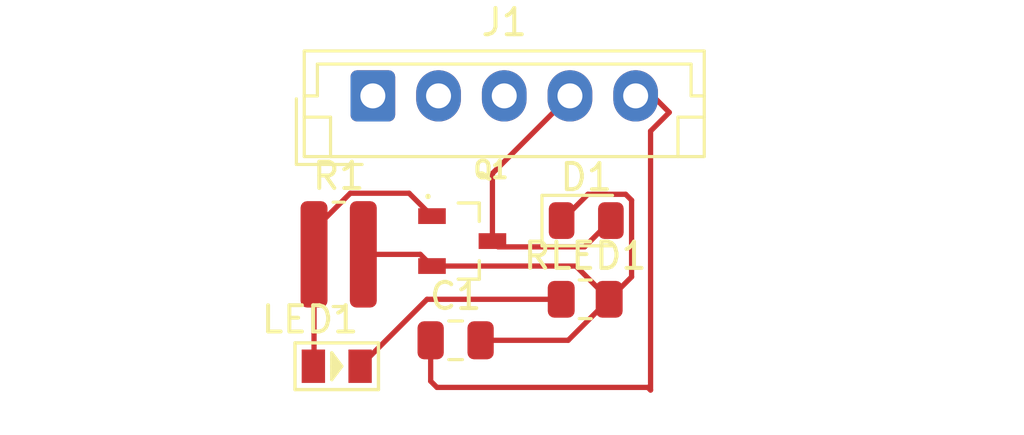
<source format=kicad_pcb>
(kicad_pcb (version 20240108) (generator "pcbnew") (generator_version "8.0")
  (layers (0 "F.Cu" signal) (31 "B.Cu" signal) (34 "B.Paste" user) (35 "F.Paste" user) (36 "B.SilkS" user "B.Silkscreen") (37 "F.SilkS" user "F.Silkscreen") (38 "B.Mask" user) (39 "F.Mask" user) (44 "Edge.Cuts" user))
  (net 0 "")
  (net 1 "V6")
  (net 2 "Net-(D1-+)")
  (net 3 "Net-(D1--)")
  (net 7 "Net-(LED1--)")
  (net 8 "IN1")
  (footprint "Library:LED-0805" (layer "F.Cu") (at 33.7787 38.5647)
    (property "Reference" "LED1" (at -1.016 -1.778 0) (layer "F.SilkS"))
    (property "Value" "SMD-LED-CLEAR-RED_0805_")
    (fp_line (start -1.5875 -0.889) (end 1.5875 -0.889) (stroke (width 0.06604)) (layer "F.SilkS"))
    (fp_line (start -1.5875 -0.889) (end 1.5875 -0.889) (stroke (width 0.127)) (layer "F.SilkS"))
    (fp_line (start -1.5875 0.889) (end -1.5875 -0.889) (stroke (width 0.06604)) (layer "F.SilkS"))
    (fp_line (start -1.5875 0.889) (end -1.5875 -0.889) (stroke (width 0.127)) (layer "F.SilkS"))
    (fp_line (start -1.5875 0.889) (end 1.5875 0.889) (stroke (width 0.06604)) (layer "F.SilkS"))
    (fp_line (start -0.1905 -0.508) (end -0.1905 -0.254) (stroke (width 0.127)) (layer "F.SilkS"))
    (fp_line (start -0.1905 -0.508) (end 0.127 0.0635) (stroke (width 0.127)) (layer "F.SilkS"))
    (fp_line (start -0.1905 -0.254) (end -0.1905 0) (stroke (width 0.127)) (layer "F.SilkS"))
    (fp_line (start -0.1905 -0.254) (end 0.0635 0.127) (stroke (width 0.127)) (layer "F.SilkS"))
    (fp_line (start -0.1905 0) (end -0.1905 0.254) (stroke (width 0.127)) (layer "F.SilkS"))
    (fp_line (start -0.1905 0) (end 0 0.254) (stroke (width 0.127)) (layer "F.SilkS"))
    (fp_line (start -0.1905 0.254) (end -0.1905 0.508) (stroke (width 0.127)) (layer "F.SilkS"))
    (fp_line (start -0.1905 0.508) (end 0 0.254) (stroke (width 0.127)) (layer "F.SilkS"))
    (fp_line (start 0 0.254) (end -0.1905 0.254) (stroke (width 0.127)) (layer "F.SilkS"))
    (fp_line (start 0 0.254) (end 0.1905 0) (stroke (width 0.127)) (layer "F.SilkS"))
    (fp_line (start 0.0635 0.127) (end -0.1905 0) (stroke (width 0.127)) (layer "F.SilkS"))
    (fp_line (start 0.127 0.0635) (end -0.1905 -0.254) (stroke (width 0.127)) (layer "F.SilkS"))
    (fp_line (start 0.1905 0) (end -0.1905 -0.508) (stroke (width 0.127)) (layer "F.SilkS"))
    (fp_line (start 1.5875 -0.889) (end 1.5875 0.889) (stroke (width 0.127)) (layer "F.SilkS"))
    (fp_line (start 1.5875 0.889) (end -1.5875 0.889) (stroke (width 0.127)) (layer "F.SilkS"))
    (fp_line (start 1.5875 0.889) (end 1.5875 -0.889) (stroke (width 0.06604)) (layer "F.SilkS"))
    (pad "1" smd rect (at -0.889 0) (size 0.889 1.27) (layers "F.Cu" "F.Paste" "F.Mask") (net 8 "IN1"))
    (pad "2" smd rect (at 0.889 0) (size 0.889 1.27) (layers "F.Cu" "F.Paste" "F.Mask") (net 7 "Net-(LED1--)"))
  )
  (footprint "Capacitor_SMD:C_0805_2012Metric" (layer "F.Cu") (at 38.3027 37.5772)
    (property "Reference" "C1" (at 0 -1.68 0) (layer "F.SilkS"))
    (property "Value" "CERAMIC-10UF-10V-10%-X7R_0805_")
    (fp_line (start -0.261252 -0.735) (end 0.261252 -0.735) (stroke (width 0.12)) (layer "F.SilkS"))
    (fp_line (start -0.261252 0.735) (end 0.261252 0.735) (stroke (width 0.12)) (layer "F.SilkS"))
    (pad "1" smd roundrect (at -0.95 0) (size 1 1.45) (layers "F.Cu" "F.Paste" "F.Mask") (net 1 "V6"))
    (pad "2" smd roundrect (at 0.95 0) (size 1 1.45) (layers "F.Cu" "F.Paste" "F.Mask") (net 2 "Net-(D1-+)"))
  )
  (footprint "Diode_SMD:D_0805_2012Metric" (layer "F.Cu") (at 43.2727 33.0222)
    (property "Reference" "D1" (at 0 -1.65 0) (layer "F.SilkS"))
    (property "Value" "SMD-DIODE-SCHOTTKY-20V-1A_SOD-123_")
    (fp_line (start -1.685 -0.96) (end -1.685 0.96) (stroke (width 0.12)) (layer "F.SilkS"))
    (fp_line (start -1.685 0.96) (end 1 0.96) (stroke (width 0.12)) (layer "F.SilkS"))
    (fp_line (start 1 -0.96) (end -1.685 -0.96) (stroke (width 0.12)) (layer "F.SilkS"))
    (pad "1" smd roundrect (at -0.9375 0) (size 0.975 1.4) (layers "F.Cu" "F.Paste" "F.Mask") (net 2 "Net-(D1-+)"))
    (pad "2" smd roundrect (at 0.9375 0) (size 0.975 1.4) (layers "F.Cu" "F.Paste" "F.Mask") (net 3 "Net-(D1--)"))
  )
  (footprint "Resistor_SMD:R_0805_2012Metric" (layer "F.Cu") (at 43.2327 36.0172)
    (property "Reference" "RLED1" (at 0 -1.65 0) (layer "F.SilkS"))
    (property "Value" "SMD-RES-220R-5%-1_8W_0805_")
    (fp_line (start -0.227064 -0.735) (end 0.227064 -0.735) (stroke (width 0.12)) (layer "F.SilkS"))
    (fp_line (start -0.227064 0.735) (end 0.227064 0.735) (stroke (width 0.12)) (layer "F.SilkS"))
    (pad "1" smd roundrect (at -0.9125 0) (size 1.025 1.4) (layers "F.Cu" "F.Paste" "F.Mask") (roundrect_rratio 0.243902) (net 7 "Net-(LED1--)"))
    (pad "2" smd roundrect (at 0.9125 0) (size 1.025 1.4) (layers "F.Cu" "F.Paste" "F.Mask") (roundrect_rratio 0.243902) (net 2 "Net-(D1-+)"))
  )
  (footprint "Resistor_SMD:R_0815_2038Metric" (layer "F.Cu") (at 33.8527 34.3072)
    (property "Reference" "R1" (at 0 -2.98 0) (layer "F.SilkS"))
    (property "Value" "SMD-RES-4.7K-5%-1_8W_0805_")
    (fp_line (start -0.210242 -1.985) (end 0.210242 -1.985) (stroke (width 0.12)) (layer "F.SilkS"))
    (fp_line (start -0.210242 1.985) (end 0.210242 1.985) (stroke (width 0.12)) (layer "F.SilkS"))
    (pad "1" smd roundrect (at -0.9375 0) (size 1.025 4.05) (layers "F.Cu" "F.Paste" "F.Mask") (roundrect_rratio 0.243902) (net 8 "IN1"))
    (pad "2" smd roundrect (at 0.9375 0) (size 1.025 4.05) (layers "F.Cu" "F.Paste" "F.Mask") (roundrect_rratio 0.243902) (net 2 "Net-(D1-+)"))
  )
  (footprint "Library:SOT95P240X115-3N" (layer "F.Cu") (at 38.5531 33.8022)
    (property "Reference" "Q1" (at 1.097817 -2.713423 0) (layer "F.SilkS") (effects (font (size 0.640476 0.640476))))
    (property "Value" "SMD-MOSFET-N-CH-20V-2.1A-CJ2302_SOT-23_")
    (fp_line (start 0.65 -1.45) (end -0.15 -1.45) (stroke (width 0.127)) (layer "F.SilkS"))
    (fp_line (start 0.65 -1.45) (end 0.65 -0.75) (stroke (width 0.127)) (layer "F.SilkS"))
    (fp_line (start 0.65 1.45) (end -0.15 1.45) (stroke (width 0.127)) (layer "F.SilkS"))
    (fp_line (start 0.65 1.45) (end 0.65 0.75) (stroke (width 0.127)) (layer "F.SilkS"))
    (fp_circle (center -1.3 -1.7) (end -1.2 -1.7) (fill solid) (layer "F.SilkS"))
    (pad "1" smd rect (at -1.15 -0.95) (size 1.05 0.6) (layers "F.Cu" "F.Paste" "F.Mask") (net 8 "IN1"))
    (pad "2" smd rect (at -1.15 0.95) (size 1.05 0.6) (layers "F.Cu" "F.Paste" "F.Mask") (net 2 "Net-(D1-+)"))
    (pad "3" smd rect (at 1.15 0) (size 1.05 0.6) (layers "F.Cu" "F.Paste" "F.Mask") (net 3 "Net-(D1--)"))
  )
  (footprint "Connector_JST:JST_EH_B5B-EH-A_1x05_P2.50mm_Vertical" (layer "F.Cu") (at 35.1527 28.2772)
    (property "Reference" "J1" (at 5 -2.8 0) (layer "F.SilkS"))
    (property "Value" "Step Motor")
    (fp_line (start -2.91 0.11) (end -2.91 2.61) (stroke (width 0.12)) (layer "F.SilkS"))
    (fp_line (start -2.91 2.61) (end -0.41 2.61) (stroke (width 0.12)) (layer "F.SilkS"))
    (fp_line (start -2.61 -1.71) (end -2.61 2.31) (stroke (width 0.12)) (layer "F.SilkS"))
    (fp_line (start -2.61 0) (end -2.11 0) (stroke (width 0.12)) (layer "F.SilkS"))
    (fp_line (start -2.61 0.81) (end -1.61 0.81) (stroke (width 0.12)) (layer "F.SilkS"))
    (fp_line (start -2.61 2.31) (end 12.61 2.31) (stroke (width 0.12)) (layer "F.SilkS"))
    (fp_line (start -2.11 -1.21) (end 12.11 -1.21) (stroke (width 0.12)) (layer "F.SilkS"))
    (fp_line (start -2.11 0) (end -2.11 -1.21) (stroke (width 0.12)) (layer "F.SilkS"))
    (fp_line (start -1.61 0.81) (end -1.61 2.31) (stroke (width 0.12)) (layer "F.SilkS"))
    (fp_line (start 11.61 0.81) (end 11.61 2.31) (stroke (width 0.12)) (layer "F.SilkS"))
    (fp_line (start 12.11 -1.21) (end 12.11 0) (stroke (width 0.12)) (layer "F.SilkS"))
    (fp_line (start 12.11 0) (end 12.61 0) (stroke (width 0.12)) (layer "F.SilkS"))
    (fp_line (start 12.61 -1.71) (end -2.61 -1.71) (stroke (width 0.12)) (layer "F.SilkS"))
    (fp_line (start 12.61 0.81) (end 11.61 0.81) (stroke (width 0.12)) (layer "F.SilkS"))
    (fp_line (start 12.61 2.31) (end 12.61 -1.71) (stroke (width 0.12)) (layer "F.SilkS"))
    (pad "1" thru_hole roundrect (at 0 0) (size 1.7 1.95) (drill 0.95) (layers "*.Cu" "*.Mask") (roundrect_rratio 0.147059))
    (pad "2" thru_hole oval (at 2.5 0) (size 1.7 1.95) (drill 0.95) (layers "*.Cu" "*.Mask"))
    (pad "3" thru_hole oval (at 5 0) (size 1.7 1.95) (drill 0.95) (layers "*.Cu" "*.Mask"))
    (pad "4" thru_hole oval (at 7.5 0) (size 1.7 1.95) (drill 0.95) (layers "*.Cu" "*.Mask") (net 3 "Net-(D1--)"))
    (pad "5" thru_hole oval (at 10 0) (size 1.7 1.95) (drill 0.95) (layers "*.Cu" "*.Mask") (net 1 "V6"))
  )
  (segment (start 45.8032 28.2772) (end 45.1527 28.2772) (width 0.2) (layer "F.Cu") (net 1))
  (segment (start 37.3527 39.1307) (end 37.592 39.37) (width 0.2) (layer "F.Cu") (net 1))
  (segment (start 37.592 39.37) (end 45.6184 39.37) (width 0.2) (layer "F.Cu") (net 1))
  (segment (start 46.4312 28.9052) (end 45.8032 28.2772) (width 0.2) (layer "F.Cu") (net 1))
  (segment (start 45.72 39.4716) (end 45.72 29.6164) (width 0.2) (layer "F.Cu") (net 1))
  (segment (start 45.72 29.6164) (end 46.4312 28.9052) (width 0.2) (layer "F.Cu") (net 1))
  (segment (start 45.6184 39.37) (end 45.72 39.4716) (width 0.2) (layer "F.Cu") (net 1))
  (segment (start 37.3527 37.5772) (end 37.3527 39.1307) (width 0.2) (layer "F.Cu") (net 1))
  (segment (start 44.9977 32.2469) (end 44.9977 35.1647) (width 0.2) (layer "F.Cu") (net 2))
  (segment (start 44.9977 35.1647) (end 44.1452 36.0172) (width 0.2) (layer "F.Cu") (net 2))
  (segment (start 44.773 32.0222) (end 44.9977 32.2469) (width 0.2) (layer "F.Cu") (net 2))
  (segment (start 39.2527 37.5772) (end 42.5852 37.5772) (width 0.2) (layer "F.Cu") (net 2))
  (segment (start 37.4031 34.7522) (end 42.8802 34.7522) (width 0.2) (layer "F.Cu") (net 2))
  (segment (start 36.9581 34.3072) (end 37.4031 34.7522) (width 0.2) (layer "F.Cu") (net 2))
  (segment (start 34.7902 34.3072) (end 36.9581 34.3072) (width 0.2) (layer "F.Cu") (net 2))
  (segment (start 42.8802 34.7522) (end 44.1452 36.0172) (width 0.2) (layer "F.Cu") (net 2))
  (segment (start 42.5852 37.5772) (end 44.1452 36.0172) (width 0.2) (layer "F.Cu") (net 2))
  (segment (start 43.3352 32.0222) (end 44.773 32.0222) (width 0.2) (layer "F.Cu") (net 2))
  (segment (start 42.3352 33.0222) (end 43.3352 32.0222) (width 0.2) (layer "F.Cu") (net 2))
  (segment (start 39.7031 31.2268) (end 39.7031 33.8022) (width 0.2) (layer "F.Cu") (net 3))
  (segment (start 39.7031 33.8022) (end 39.9231 34.0222) (width 0.2) (layer "F.Cu") (net 3))
  (segment (start 42.6527 28.2772) (end 39.7031 31.2268) (width 0.2) (layer "F.Cu") (net 3))
  (segment (start 43.2102 34.0222) (end 44.2102 33.0222) (width 0.2) (layer "F.Cu") (net 3))
  (segment (start 39.9231 34.0222) (end 43.2102 34.0222) (width 0.2) (layer "F.Cu") (net 3))
  (segment (start 34.6677 38.5647) (end 37.2152 36.0172) (width 0.2) (layer "F.Cu") (net 7))
  (segment (start 37.2152 36.0172) (end 42.3202 36.0172) (width 0.2) (layer "F.Cu") (net 7))
  (segment (start 32.9152 38.5392) (end 32.8897 38.5647) (width 0.2) (layer "F.Cu") (net 8))
  (segment (start 37.4031 32.8522) (end 36.5331 31.9822) (width 0.2) (layer "F.Cu") (net 8))
  (segment (start 32.9152 33.359956) (end 32.9152 34.3072) (width 0.2) (layer "F.Cu") (net 8))
  (segment (start 34.292956 31.9822) (end 32.9152 33.359956) (width 0.2) (layer "F.Cu") (net 8))
  (segment (start 36.5331 31.9822) (end 34.292956 31.9822) (width 0.2) (layer "F.Cu") (net 8))
  (segment (start 32.9152 34.3072) (end 32.9152 38.5392) (width 0.2) (layer "F.Cu") (net 8))
)
</source>
